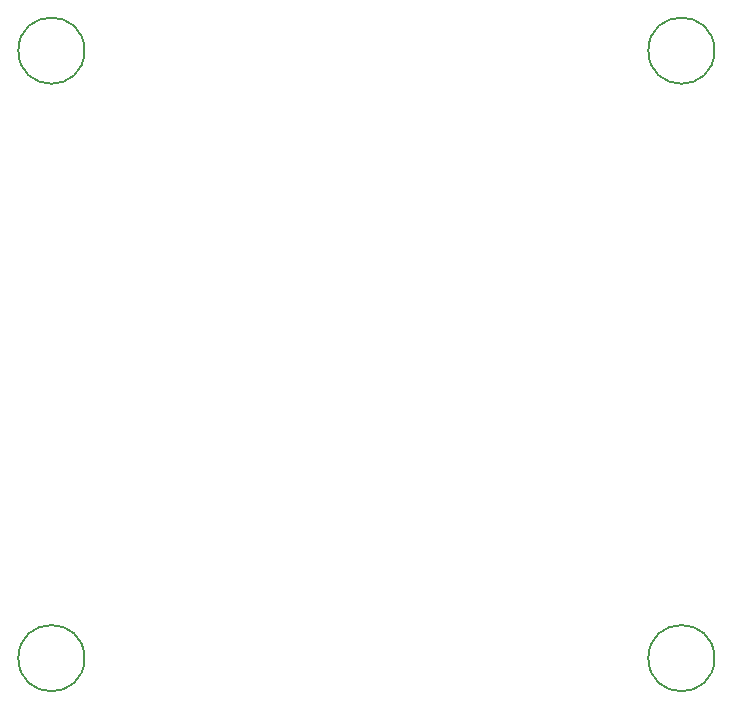
<source format=gbr>
%TF.GenerationSoftware,KiCad,Pcbnew,7.0.1*%
%TF.CreationDate,2024-08-10T04:53:00+08:00*%
%TF.ProjectId,BDST,42445354-2e6b-4696-9361-645f70636258,rev?*%
%TF.SameCoordinates,Original*%
%TF.FileFunction,Other,Comment*%
%FSLAX46Y46*%
G04 Gerber Fmt 4.6, Leading zero omitted, Abs format (unit mm)*
G04 Created by KiCad (PCBNEW 7.0.1) date 2024-08-10 04:53:00*
%MOMM*%
%LPD*%
G01*
G04 APERTURE LIST*
%ADD10C,0.150000*%
G04 APERTURE END LIST*
D10*
%TO.C,A*%
X148215000Y-40005000D02*
G75*
G03*
X148215000Y-40005000I-2800000J0D01*
G01*
%TO.C,B*%
X94875000Y-40005000D02*
G75*
G03*
X94875000Y-40005000I-2800000J0D01*
G01*
%TO.C,C*%
X94875000Y-91440000D02*
G75*
G03*
X94875000Y-91440000I-2800000J0D01*
G01*
%TO.C,D*%
X148215000Y-91440000D02*
G75*
G03*
X148215000Y-91440000I-2800000J0D01*
G01*
%TD*%
M02*

</source>
